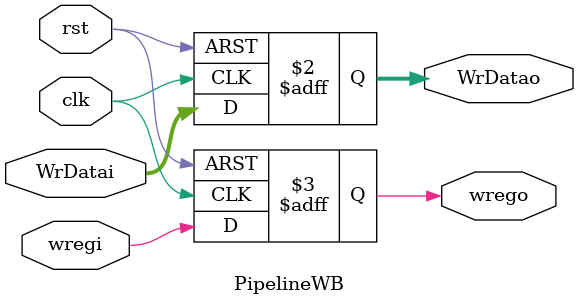
<source format=sv>
module PipelineWB(input clk, rst,
						input[31:0]WrDatai,input wregi,
						output logic[31:0]WrDatao,output logic wrego);
	always_ff@(posedge clk or posedge rst)
		if(rst) begin
		WrDatao = 32'h00;
		wrego = 1'b0;
		end
		else begin
		WrDatao = WrDatai;
		wrego = wregi;
		end
endmodule
</source>
